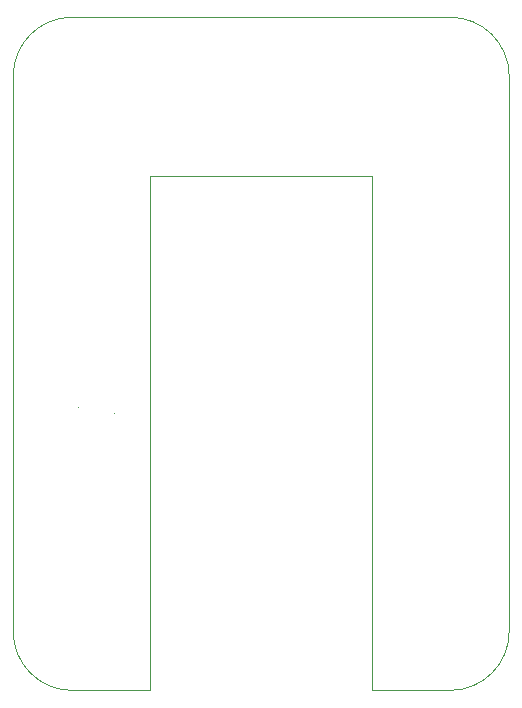
<source format=gbr>
%TF.GenerationSoftware,KiCad,Pcbnew,(6.0.5)*%
%TF.CreationDate,2022-06-01T19:50:55+01:00*%
%TF.ProjectId,OOEB-OBBB-PROJ-ARDC-SHEN-STAN-01,4f4f4542-2d4f-4424-9242-2d50524f4a2d,rev?*%
%TF.SameCoordinates,Original*%
%TF.FileFunction,Profile,NP*%
%FSLAX46Y46*%
G04 Gerber Fmt 4.6, Leading zero omitted, Abs format (unit mm)*
G04 Created by KiCad (PCBNEW (6.0.5)) date 2022-06-01 19:50:55*
%MOMM*%
%LPD*%
G01*
G04 APERTURE LIST*
%TA.AperFunction,Profile*%
%ADD10C,0.120000*%
%TD*%
G04 APERTURE END LIST*
D10*
%TO.C,REF\u002A\u002A*%
X-16000000Y28500000D02*
X16000000Y28500000D01*
X16000000Y-28500000D02*
X9390000Y-28500000D01*
X-15500000Y-4500000D02*
X-15500000Y-4500000D01*
X9390000Y15090000D02*
X-9390000Y15090000D01*
X9390000Y15090000D02*
X9390000Y-28500000D01*
X-9390000Y-28500000D02*
X-16000000Y-28500000D01*
X-12500000Y-5000000D02*
X-12500000Y-5000000D01*
X-9390000Y15090000D02*
X-9390000Y-28500000D01*
X21000000Y23500000D02*
X21000000Y-23500000D01*
X-21000000Y23500000D02*
X-21000000Y-23500000D01*
X16000000Y-28500000D02*
G75*
G03*
X21000000Y-23500000I0J5000000D01*
G01*
X-21000000Y-23500000D02*
G75*
G03*
X-16000000Y-28500000I5000000J0D01*
G01*
X21000000Y23500000D02*
G75*
G03*
X16000000Y28500000I-5000000J0D01*
G01*
X-16000000Y28500000D02*
G75*
G03*
X-21000000Y23500000I0J-5000000D01*
G01*
%TD*%
M02*

</source>
